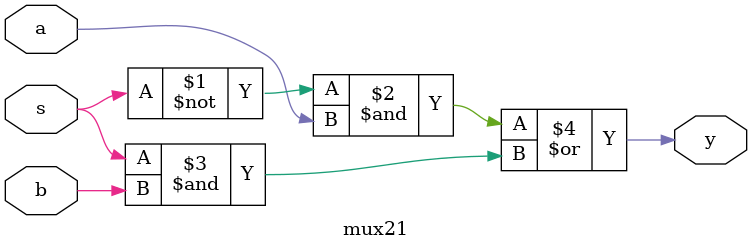
<source format=v>
module mux21(a,b,s,y);
     input   a,b,s;        // 声明3个wire型输入变量a,b,和s，其宽度为1位。
     output  y;           // 声明1个wire型输出变量y，其宽度为1位。
  
     assign  y = (~s&a)|(s&b);  // 实现电路的逻辑功能。

  endmodule

</source>
